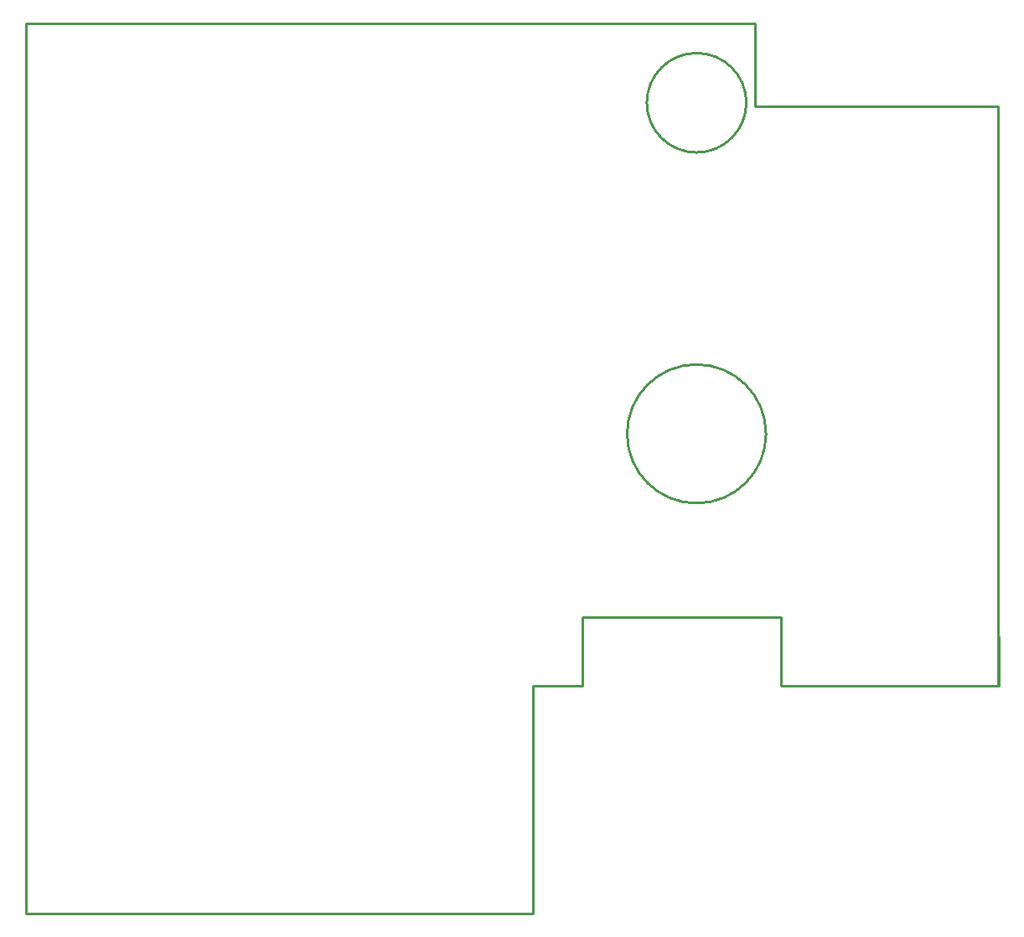
<source format=gko>
G04*
G04 #@! TF.GenerationSoftware,Altium Limited,Altium Designer,22.7.1 (60)*
G04*
G04 Layer_Color=16711935*
%FSLAX44Y44*%
%MOMM*%
G71*
G04*
G04 #@! TF.SameCoordinates,5EF2A96F-84A7-4EF7-95E4-028A1803F3C2*
G04*
G04*
G04 #@! TF.FilePolarity,Positive*
G04*
G01*
G75*
%ADD10C,0.2540*%
D10*
X748071Y484996D02*
G03*
X748071Y484932I-70184J-64D01*
G01*
X728174Y819676D02*
G03*
X728174Y819676I-50284J0D01*
G01*
X982980Y230124D02*
Y280126D01*
X562872Y300000D02*
X762872D01*
X982872Y230000D02*
Y816356D01*
X562872Y230000D02*
Y300000D01*
X512872Y230000D02*
X562872D01*
X942980Y230124D02*
X982980D01*
X512872Y0D02*
Y230000D01*
X762872D02*
X982872D01*
X0Y0D02*
X512872D01*
X-0Y900000D02*
X736600D01*
Y816356D02*
Y900000D01*
Y816356D02*
X982872Y816356D01*
X762872Y230000D02*
Y300000D01*
X-0Y900000D02*
X0Y0D01*
M02*

</source>
